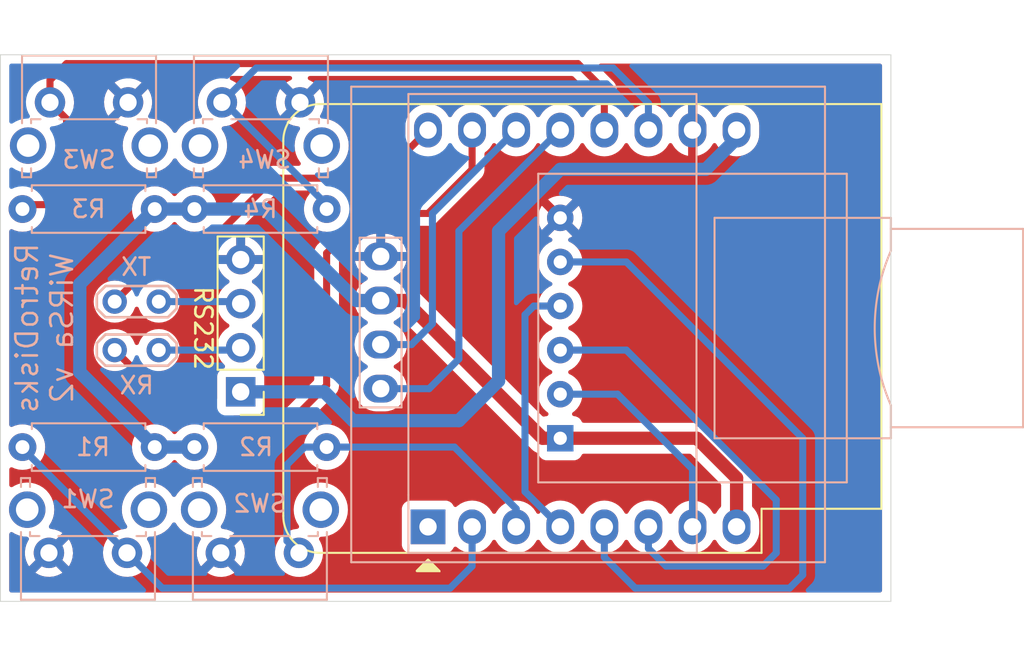
<source format=kicad_pcb>
(kicad_pcb (version 20211014) (generator pcbnew)
  (layers (0 "F.Cu" signal) (31 "B.Cu" signal) (34 "B.Paste" user) (35 "F.Paste" user) (36 "B.SilkS" user "B.Silkscreen") (37 "F.SilkS" user "F.Silkscreen") (38 "B.Mask" user) (39 "F.Mask" user) (44 "Edge.Cuts" user))
  (net 0 "")
  (net 2 "Net-(Brd1-Pad4)")
  (net 3 "Net-(Brd1-Pad3)")
  (net 4 "Net-(A1-Pad4)")
  (net 5 "Net-(A1-Pad5)")
  (net 6 "Net-(A1-Pad3)")
  (net 7 "Net-(A1-Pad2)")
  (net 8 "Net-(A1-Pad1)")
  (net 9 "Net-(J1-Pad1)")
  (net 10 "GND")
  (net 11 "Net-(R1-Pad2)")
  (net 12 "Net-(R2-Pad2)")
  (net 13 "Net-(R3-Pad2)")
  (net 14 "Net-(R4-Pad2)")
  (net 15 "Net-(J1-Pad2)")
  (net 16 "Net-(J1-Pad3)")
  (net 17 "Net-(JP1-Pad2)")
  (net 18 "Net-(JP2-Pad2)")
  (footprint "Connector_PinHeader_2.54mm:PinHeader_1x04_P2.54mm_Vertical" (layer "F.Cu") (at 74.295 92.065 180)
    (fp_text reference "RS232" (at 2.159 3.673 270 unlocked) (layer "F.SilkS"))
    (fp_text value "RS232_TTL_Adapter")
    (fp_line (start -1.33 -1.33) (end 0 -1.33) (layer "F.SilkS") (width 0.12))
    (fp_line (start -1.33 1.27) (end -1.33 8.95) (layer "F.SilkS") (width 0.12))
    (fp_line (start -1.33 1.27) (end 1.33 1.27) (layer "F.SilkS") (width 0.12))
    (fp_line (start -1.33 0) (end -1.33 -1.33) (layer "F.SilkS") (width 0.12))
    (fp_line (start -1.33 8.95) (end 1.33 8.95) (layer "F.SilkS") (width 0.12))
    (fp_line (start 1.33 1.27) (end 1.33 8.95) (layer "F.SilkS") (width 0.12))
    (pad "1" thru_hole rect (at 0 0 180) (size 1.7 1.7) (drill 1) (layers *.Cu *.Mask) (net 9 "Net-(J1-Pad1)"))
    (pad "2" thru_hole oval (at 0 2.54 180) (size 1.7 1.7) (drill 1) (layers *.Cu *.Mask) (net 15 "Net-(J1-Pad2)"))
    (pad "3" thru_hole oval (at 0 5.08 180) (size 1.7 1.7) (drill 1) (layers *.Cu *.Mask) (net 16 "Net-(J1-Pad3)"))
    (pad "4" thru_hole oval (at 0 7.62 180) (size 1.7 1.7) (drill 1) (layers *.Cu *.Mask) (net 10 "GND"))
  )
  (footprint "Module:WEMOS_D1_mini_light" (layer "F.Cu") (at 85.09 99.845 90)
    (fp_text reference "U1" hide)
    (fp_text value "WeMos_D1_mini")
    (fp_line (start 24.36 26.12) (end 24.36 -6.21) (layer "F.SilkS") (width 0.12))
    (fp_line (start 22.24 -8.34) (end 0.63 -8.34) (layer "F.SilkS") (width 0.12))
    (fp_line (start -1.5 19.22) (end 1.04 19.22) (layer "F.SilkS") (width 0.12))
    (fp_line (start 1.04 26.12) (end 24.36 26.12) (layer "F.SilkS") (width 0.12))
    (fp_line (start -1.5 19.22) (end -1.5 -6.21) (layer "F.SilkS") (width 0.12))
    (fp_line (start 1.04 19.22) (end 1.04 26.12) (layer "F.SilkS") (width 0.12))
    (fp_arc (start -1.5 -6.21) (mid -0.876137 -7.716137) (end 0.63 -8.34) (layer "F.SilkS") (width 0.12))
    (fp_arc (start 22.23 -8.34) (mid 23.736137 -7.716137) (end 24.36 -6.21) (layer "F.SilkS") (width 0.12))
    (fp_poly (pts (xy -2.54 -0.635) (xy -2.54 0.635) (xy -1.905 0)) (layer "F.SilkS") (width 0.15) (fill solid))
    (pad "1" thru_hole rect (at 0 0 90) (size 2 2) (drill 1) (layers *.Cu *.Mask))
    (pad "2" thru_hole oval (at 0 2.54 90) (size 2 1.6) (drill 1) (layers *.Cu *.Mask) (net 11 "Net-(R1-Pad2)"))
    (pad "3" thru_hole oval (at 0 5.08 90) (size 2 1.6) (drill 1) (layers *.Cu *.Mask) (net 12 "Net-(R2-Pad2)"))
    (pad "4" thru_hole oval (at 0 7.62 90) (size 2 1.6) (drill 1) (layers *.Cu *.Mask) (net 4 "Net-(A1-Pad4)"))
    (pad "5" thru_hole oval (at 0 10.16 90) (size 2 1.6) (drill 1) (layers *.Cu *.Mask) (net 5 "Net-(A1-Pad5)"))
    (pad "6" thru_hole oval (at 0 12.7 90) (size 2 1.6) (drill 1) (layers *.Cu *.Mask) (net 6 "Net-(A1-Pad3)"))
    (pad "7" thru_hole oval (at 0 15.24 90) (size 2 1.6) (drill 1) (layers *.Cu *.Mask) (net 7 "Net-(A1-Pad2)"))
    (pad "8" thru_hole oval (at 0 17.78 90) (size 2 1.6) (drill 1) (layers *.Cu *.Mask) (net 8 "Net-(A1-Pad1)"))
    (pad "9" thru_hole oval (at 22.86 17.78 90) (size 2 1.6) (drill 1) (layers *.Cu *.Mask) (net 9 "Net-(J1-Pad1)"))
    (pad "10" thru_hole oval (at 22.86 15.24 90) (size 2 1.6) (drill 1) (layers *.Cu *.Mask) (net 10 "GND"))
    (pad "11" thru_hole oval (at 22.86 12.7 90) (size 2 1.6) (drill 1) (layers *.Cu *.Mask) (net 14 "Net-(R4-Pad2)"))
    (pad "12" thru_hole oval (at 22.86 10.16 90) (size 2 1.6) (drill 1) (layers *.Cu *.Mask) (net 13 "Net-(R3-Pad2)"))
    (pad "13" thru_hole oval (at 22.86 7.62 90) (size 2 1.6) (drill 1) (layers *.Cu *.Mask) (net 2 "Net-(Brd1-Pad4)"))
    (pad "14" thru_hole oval (at 22.86 5.08 90) (size 2 1.6) (drill 1) (layers *.Cu *.Mask) (net 3 "Net-(Brd1-Pad3)"))
    (pad "15" thru_hole oval (at 22.86 2.54 90) (size 2 1.6) (drill 1) (layers *.Cu *.Mask) (net 17 "Net-(JP1-Pad2)"))
    (pad "16" thru_hole oval (at 22.86 0 90) (size 2 1.6) (drill 1) (layers *.Cu *.Mask) (net 18 "Net-(JP2-Pad2)"))
  )
  (footprint "Resistor_THT:R_Axial_DIN0207_L6.3mm_D2.5mm_P7.62mm_Horizontal" (layer "B.Cu") (at 69.342 95.25 180)
    (fp_text reference "R1" (at 3.556 0) (layer "B.SilkS") (effects (justify mirror)))
    (fp_text value "10k")
    (fp_line (start 0.54 -1.04) (end 0.54 -1.37) (layer "B.SilkS") (width 0.12))
    (fp_line (start 0.54 1.37) (end 7.08 1.37) (layer "B.SilkS") (width 0.12))
    (fp_line (start 0.54 -1.37) (end 7.08 -1.37) (layer "B.SilkS") (width 0.12))
    (fp_line (start 0.54 1.04) (end 0.54 1.37) (layer "B.SilkS") (width 0.12))
    (fp_line (start 7.08 -1.37) (end 7.08 -1.04) (layer "B.SilkS") (width 0.12))
    (fp_line (start 7.08 1.37) (end 7.08 1.04) (layer "B.SilkS") (width 0.12))
    (pad "1" thru_hole circle (at 0 0 180) (size 1.6 1.6) (drill 0.8) (layers *.Cu *.Mask) (net 8 "Net-(A1-Pad1)"))
    (pad "2" thru_hole oval (at 7.62 0 180) (size 1.6 1.6) (drill 0.8) (layers *.Cu *.Mask) (net 11 "Net-(R1-Pad2)"))
  )
  (footprint "Resistor_THT:R_Axial_DIN0207_L6.3mm_D2.5mm_P7.62mm_Horizontal" (layer "B.Cu") (at 71.628 81.534)
    (fp_text reference "R4" (at 3.81 0) (layer "B.SilkS") (effects (justify mirror)))
    (fp_text value "10k")
    (fp_line (start 0.54 1.04) (end 0.54 1.37) (layer "B.SilkS") (width 0.12))
    (fp_line (start 0.54 -1.04) (end 0.54 -1.37) (layer "B.SilkS") (width 0.12))
    (fp_line (start 7.08 -1.37) (end 7.08 -1.04) (layer "B.SilkS") (width 0.12))
    (fp_line (start 0.54 1.37) (end 7.08 1.37) (layer "B.SilkS") (width 0.12))
    (fp_line (start 0.54 -1.37) (end 7.08 -1.37) (layer "B.SilkS") (width 0.12))
    (fp_line (start 7.08 1.37) (end 7.08 1.04) (layer "B.SilkS") (width 0.12))
    (pad "1" thru_hole circle (at 0 0) (size 1.6 1.6) (drill 0.8) (layers *.Cu *.Mask) (net 8 "Net-(A1-Pad1)"))
    (pad "2" thru_hole oval (at 7.62 0) (size 1.6 1.6) (drill 0.8) (layers *.Cu *.Mask) (net 14 "Net-(R4-Pad2)"))
  )
  (footprint "Resistor_THT:R_Axial_DIN0207_L6.3mm_D2.5mm_P7.62mm_Horizontal" (layer "B.Cu") (at 71.628 95.25)
    (fp_text reference "R2" (at 3.556 0) (layer "B.SilkS") (effects (justify mirror)))
    (fp_text value "10k")
    (fp_line (start 0.54 -1.04) (end 0.54 -1.37) (layer "B.SilkS") (width 0.12))
    (fp_line (start 0.54 1.37) (end 7.08 1.37) (layer "B.SilkS") (width 0.12))
    (fp_line (start 7.08 1.37) (end 7.08 1.04) (layer "B.SilkS") (width 0.12))
    (fp_line (start 0.54 1.04) (end 0.54 1.37) (layer "B.SilkS") (width 0.12))
    (fp_line (start 7.08 -1.37) (end 7.08 -1.04) (layer "B.SilkS") (width 0.12))
    (fp_line (start 0.54 -1.37) (end 7.08 -1.37) (layer "B.SilkS") (width 0.12))
    (pad "1" thru_hole circle (at 0 0) (size 1.6 1.6) (drill 0.8) (layers *.Cu *.Mask) (net 8 "Net-(A1-Pad1)"))
    (pad "2" thru_hole oval (at 7.62 0) (size 1.6 1.6) (drill 0.8) (layers *.Cu *.Mask) (net 12 "Net-(R2-Pad2)"))
  )
  (footprint "Button_Switch_THT:SW_Tactile_SPST_Angled_PTS645Vx58-2LFS" (layer "B.Cu") (at 63.246 101.346)
    (fp_text reference "SW1" (at 2.25 -3.0975) (layer "B.SilkS") (effects (justify mirror)))
    (fp_text value "SW_Push")
    (fp_line (start -1.61 2.7) (end -1.61 -1.2) (layer "B.SilkS") (width 0.12))
    (fp_line (start 5.05 -0.97) (end 5.59 -0.97) (layer "B.SilkS") (width 0.12))
    (fp_line (start 5.59 -0.97) (end 5.59 -1.2) (layer "B.SilkS") (width 0.12))
    (fp_line (start 6.11 2.7) (end 6.11 -1.2) (layer "B.SilkS") (width 0.12))
    (fp_line (start -1.09 -3.8) (end -1.09 -4.31) (layer "B.SilkS") (width 0.12))
    (fp_line (start 0.55 -0.97) (end 3.95 -0.97) (layer "B.SilkS") (width 0.12))
    (fp_line (start -1.09 -0.97) (end -0.55 -0.97) (layer "B.SilkS") (width 0.12))
    (fp_line (start 6.11 -3.8) (end 6.11 -4.31) (layer "B.SilkS") (width 0.12))
    (fp_line (start 5.59 -3.8) (end 5.59 -4.31) (layer "B.SilkS") (width 0.12))
    (fp_line (start -1.09 -0.97) (end -1.09 -1.2) (layer "B.SilkS") (width 0.12))
    (fp_line (start -1.61 2.7) (end 6.11 2.7) (layer "B.SilkS") (width 0.12))
    (fp_line (start -1.61 -3.8) (end -1.61 -4.31) (layer "B.SilkS") (width 0.12))
    (fp_line (start -1.61 -4.31) (end -1.09 -4.31) (layer "B.SilkS") (width 0.12))
    (fp_line (start 5.59 -4.31) (end 6.11 -4.31) (layer "B.SilkS") (width 0.12))
    (pad "" thru_hole circle (at 5.76 -2.49) (size 2.1 2.1) (drill 1.3) (layers *.Cu *.Mask))
    (pad "" thru_hole circle (at -1.25 -2.49) (size 2.1 2.1) (drill 1.3) (layers *.Cu *.Mask))
    (pad "1" thru_hole circle (at 0 0) (size 1.75 1.75) (drill 0.99) (layers *.Cu *.Mask) (net 10 "GND"))
    (pad "2" thru_hole circle (at 4.5 0) (size 1.75 1.75) (drill 0.99) (layers *.Cu *.Mask) (net 11 "Net-(R1-Pad2)"))
  )
  (footprint "Resistor_THT:R_Axial_DIN0207_L6.3mm_D2.5mm_P7.62mm_Horizontal" (layer "B.Cu") (at 69.342 81.534 180)
    (fp_text reference "R3" (at 3.81 0) (layer "B.SilkS") (effects (justify mirror)))
    (fp_text value "10k")
    (fp_line (start 0.54 1.04) (end 0.54 1.37) (layer "B.SilkS") (width 0.12))
    (fp_line (start 0.54 -1.37) (end 7.08 -1.37) (layer "B.SilkS") (width 0.12))
    (fp_line (start 0.54 1.37) (end 7.08 1.37) (layer "B.SilkS") (width 0.12))
    (fp_line (start 7.08 -1.37) (end 7.08 -1.04) (layer "B.SilkS") (width 0.12))
    (fp_line (start 0.54 -1.04) (end 0.54 -1.37) (layer "B.SilkS") (width 0.12))
    (fp_line (start 7.08 1.37) (end 7.08 1.04) (layer "B.SilkS") (width 0.12))
    (pad "1" thru_hole circle (at 0 0 180) (size 1.6 1.6) (drill 0.8) (layers *.Cu *.Mask) (net 8 "Net-(A1-Pad1)"))
    (pad "2" thru_hole oval (at 7.62 0 180) (size 1.6 1.6) (drill 0.8) (layers *.Cu *.Mask) (net 13 "Net-(R3-Pad2)"))
  )
  (footprint "Button_Switch_THT:SW_Tactile_SPST_Angled_PTS645Vx58-2LFS" (layer "B.Cu") (at 77.713 75.3885 180)
    (fp_text reference "SW4" (at 2.032 -3.302) (layer "B.SilkS") (effects (justify mirror)))
    (fp_text value "SW_Push")
    (fp_line (start -1.61 -3.8) (end -1.61 -4.31) (layer "B.SilkS") (width 0.12))
    (fp_line (start -1.09 -0.97) (end -1.09 -1.2) (layer "B.SilkS") (width 0.12))
    (fp_line (start 6.11 -3.8) (end 6.11 -4.31) (layer "B.SilkS") (width 0.12))
    (fp_line (start 5.59 -0.97) (end 5.59 -1.2) (layer "B.SilkS") (width 0.12))
    (fp_line (start 5.59 -3.8) (end 5.59 -4.31) (layer "B.SilkS") (width 0.12))
    (fp_line (start -1.61 2.7) (end -1.61 -1.2) (layer "B.SilkS") (width 0.12))
    (fp_line (start -1.61 -4.31) (end -1.09 -4.31) (layer "B.SilkS") (width 0.12))
    (fp_line (start 6.11 2.7) (end 6.11 -1.2) (layer "B.SilkS") (width 0.12))
    (fp_line (start 5.59 -4.31) (end 6.11 -4.31) (layer "B.SilkS") (width 0.12))
    (fp_line (start -1.09 -3.8) (end -1.09 -4.31) (layer "B.SilkS") (width 0.12))
    (fp_line (start -1.61 2.7) (end 6.11 2.7) (layer "B.SilkS") (width 0.12))
    (fp_line (start 5.05 -0.97) (end 5.59 -0.97) (layer "B.SilkS") (width 0.12))
    (fp_line (start 0.55 -0.97) (end 3.95 -0.97) (layer "B.SilkS") (width 0.12))
    (fp_line (start -1.09 -0.97) (end -0.55 -0.97) (layer "B.SilkS") (width 0.12))
    (pad "" thru_hole circle (at -1.25 -2.49 180) (size 2.1 2.1) (drill 1.3) (layers *.Cu *.Mask))
    (pad "" thru_hole circle (at 5.76 -2.49 180) (size 2.1 2.1) (drill 1.3) (layers *.Cu *.Mask))
    (pad "1" thru_hole circle (at 0 0 180) (size 1.75 1.75) (drill 0.99) (layers *.Cu *.Mask) (net 10 "GND"))
    (pad "2" thru_hole circle (at 4.5 0 180) (size 1.75 1.75) (drill 0.99) (layers *.Cu *.Mask) (net 14 "Net-(R4-Pad2)"))
  )
  (footprint "SSD1306:128x64OLED" (layer "B.Cu") (at 92.964 87.884 -90)
    (fp_text reference "Brd1" hide)
    (fp_text value "SSD1306")
    (fp_line (start -4.699 11.811) (end -4.699 9.398) (layer "B.SilkS") (width 0.12))
    (fp_line (start -13.4 -15) (end -13.4 12.3) (layer "B.SilkS") (width 0.12))
    (fp_line (start -12.978 9.005) (end 10.122 9.005) (layer "B.SilkS") (width 0.12))
    (fp_line (start 10.122 -7.595) (end 13.462 -7.62) (layer "B.SilkS") (width 0.12))
    (fp_line (start 10.122 9.005) (end 13.208 9.005) (layer "B.SilkS") (width 0.12))
    (fp_line (start -12.978 -7.595) (end -12.978 9.005) (layer "B.SilkS") (width 0.12))
    (fp_line (start 5.08 9.398) (end -4.699 9.398) (layer "B.SilkS") (width 0.12))
    (fp_line (start -13.4 12.3) (end 14 12.3) (layer "B.SilkS") (width 0.12))
    (fp_line (start 14 12.3) (end 14 -15) (layer "B.SilkS") (width 0.12))
    (fp_line (start 13.462 -7.62) (end 13.462 9.017) (layer "B.SilkS") (width 0.12))
    (fp_line (start -4.699 11.811) (end 5.08 11.811) (layer "B.SilkS") (width 0.12))
    (fp_line (start 10.122 -7.595) (end -12.978 -7.595) (layer "B.SilkS") (width 0.12))
    (fp_line (start 5.08 11.811) (end 5.08 9.398) (layer "B.SilkS") (width 0.12))
    (fp_line (start 13.462 9.017) (end 13.208 9.005) (layer "B.SilkS") (width 0.12))
    (fp_line (start 14 -15) (end -13.4 -15) (layer "B.SilkS") (width 0.12))
    (pad "1" thru_hole oval locked (at -3.62 10.6 180) (size 2 1.6) (drill 1) (layers *.Cu *.Mask) (net 10 "GND"))
    (pad "2" thru_hole oval locked (at -1.08 10.6 180) (size 2 1.6) (drill 1) (layers *.Cu *.Mask) (net 8 "Net-(A1-Pad1)"))
    (pad "3" thru_hole oval locked (at 1.46 10.6 180) (size 2 1.6) (drill 1) (layers *.Cu *.Mask) (net 3 "Net-(Brd1-Pad3)"))
    (pad "4" thru_hole oval locked (at 4 10.6 180) (size 2 1.6) (drill 1) (layers *.Cu *.Mask) (net 2 "Net-(Brd1-Pad4)"))
  )
  (footprint "TestPoint:TestPoint_2Pads_Pitch2.54mm_Drill0.8mm" (layer "B.Cu") (at 69.576 86.868 180)
    (fp_text reference "TX" (at 1.3 2) (layer "B.SilkS") (effects (justify mirror)))
    (fp_text value "TX")
    (fp_line (start 3.07 0.9) (end 3.57 0.4) (layer "B.SilkS") (width 0.15))
    (fp_line (start 3.57 -0.4) (end 3.07 -0.9) (layer "B.SilkS") (width 0.15))
    (fp_line (start -0.53 -0.9) (end -1.03 -0.4) (layer "B.SilkS") (width 0.15))
    (fp_line (start -0.53 0.9) (end 3.07 0.9) (layer "B.SilkS") (width 0.15))
    (fp_line (start 3.57 0.4) (end 3.57 -0.4) (layer "B.SilkS") (width 0.15))
    (fp_line (start 3.07 -0.9) (end -0.53 -0.9) (layer "B.SilkS") (width 0.15))
    (fp_line (start -1.03 -0.4) (end -1.03 0.4) (layer "B.SilkS") (width 0.15))
    (fp_line (start -1.03 0.4) (end -0.53 0.9) (layer "B.SilkS") (width 0.15))
    (pad "1" thru_hole circle (at 0 0 180) (size 1.4 1.4) (drill 0.8) (layers *.Cu *.Mask) (net 16 "Net-(J1-Pad3)"))
    (pad "2" thru_hole circle (at 2.54 0 180) (size 1.4 1.4) (drill 0.8) (layers *.Cu *.Mask) (net 18 "Net-(JP2-Pad2)"))
  )
  (footprint "Button_Switch_THT:SW_Tactile_SPST_Angled_PTS645Vx58-2LFS" (layer "B.Cu") (at 67.807 75.3885 180)
    (fp_text reference "SW3" (at 2.25 -3.302) (layer "B.SilkS") (effects (justify mirror)))
    (fp_text value "SW_Push")
    (fp_line (start 5.05 -0.97) (end 5.59 -0.97) (layer "B.SilkS") (width 0.12))
    (fp_line (start -1.61 -3.8) (end -1.61 -4.31) (layer "B.SilkS") (width 0.12))
    (fp_line (start -1.61 -4.31) (end -1.09 -4.31) (layer "B.SilkS") (width 0.12))
    (fp_line (start 5.59 -0.97) (end 5.59 -1.2) (layer "B.SilkS") (width 0.12))
    (fp_line (start -1.09 -0.97) (end -1.09 -1.2) (layer "B.SilkS") (width 0.12))
    (fp_line (start -1.09 -3.8) (end -1.09 -4.31) (layer "B.SilkS") (width 0.12))
    (fp_line (start 6.11 2.7) (end 6.11 -1.2) (layer "B.SilkS") (width 0.12))
    (fp_line (start 5.59 -4.31) (end 6.11 -4.31) (layer "B.SilkS") (width 0.12))
    (fp_line (start 6.11 -3.8) (end 6.11 -4.31) (layer "B.SilkS") (width 0.12))
    (fp_line (start 5.59 -3.8) (end 5.59 -4.31) (layer "B.SilkS") (width 0.12))
    (fp_line (start -1.61 2.7) (end 6.11 2.7) (layer "B.SilkS") (width 0.12))
    (fp_line (start -1.61 2.7) (end -1.61 -1.2) (layer "B.SilkS") (width 0.12))
    (fp_line (start 0.55 -0.97) (end 3.95 -0.97) (layer "B.SilkS") (width 0.12))
    (fp_line (start -1.09 -0.97) (end -0.55 -0.97) (layer "B.SilkS") (width 0.12))
    (pad "" thru_hole circle (at 5.76 -2.49 180) (size 2.1 2.1) (drill 1.3) (layers *.Cu *.Mask))
    (pad "" thru_hole circle (at -1.25 -2.49 180) (size 2.1 2.1) (drill 1.3) (layers *.Cu *.Mask))
    (pad "1" thru_hole circle (at 0 0 180) (size 1.75 1.75) (drill 0.99) (layers *.Cu *.Mask) (net 10 "GND"))
    (pad "2" thru_hole circle (at 4.5 0 180) (size 1.75 1.75) (drill 0.99) (layers *.Cu *.Mask) (net 13 "Net-(R3-Pad2)"))
  )
  (footprint "TestPoint:TestPoint_2Pads_Pitch2.54mm_Drill0.8mm" (layer "B.Cu") (at 69.576 89.662 180)
    (fp_text reference "RX" (at 1.27 -2.032) (layer "B.SilkS") (effects (justify mirror)))
    (fp_text value "RX")
    (fp_line (start 3.07 0.9) (end 3.57 0.4) (layer "B.SilkS") (width 0.15))
    (fp_line (start 3.57 0.4) (end 3.57 -0.4) (layer "B.SilkS") (width 0.15))
    (fp_line (start -1.03 0.4) (end -0.53 0.9) (layer "B.SilkS") (width 0.15))
    (fp_line (start -0.53 0.9) (end 3.07 0.9) (layer "B.SilkS") (width 0.15))
    (fp_line (start 3.57 -0.4) (end 3.07 -0.9) (layer "B.SilkS") (width 0.15))
    (fp_line (start -1.03 -0.4) (end -1.03 0.4) (layer "B.SilkS") (width 0.15))
    (fp_line (start 3.07 -0.9) (end -0.53 -0.9) (layer "B.SilkS") (width 0.15))
    (fp_line (start -0.53 -0.9) (end -1.03 -0.4) (layer "B.SilkS") (width 0.15))
    (pad "1" thru_hole circle (at 0 0 180) (size 1.4 1.4) (drill 0.8) (layers *.Cu *.Mask) (net 15 "Net-(J1-Pad2)"))
    (pad "2" thru_hole circle (at 2.54 0 180) (size 1.4 1.4) (drill 0.8) (layers *.Cu *.Mask) (net 17 "Net-(JP1-Pad2)"))
  )
  (footprint "Button_Switch_THT:SW_Tactile_SPST_Angled_PTS645Vx58-2LFS" (layer "B.Cu") (at 73.152 101.346)
    (fp_text reference "SW2" (at 2.25 -2.8435) (layer "B.SilkS") (effects (justify mirror)))
    (fp_text value "SW_Push")
    (fp_line (start -1.61 2.7) (end 6.11 2.7) (layer "B.SilkS") (width 0.12))
    (fp_line (start -1.61 -3.8) (end -1.61 -4.31) (layer "B.SilkS") (width 0.12))
    (fp_line (start -1.61 -4.31) (end -1.09 -4.31) (layer "B.SilkS") (width 0.12))
    (fp_line (start 5.59 -3.8) (end 5.59 -4.31) (layer "B.SilkS") (width 0.12))
    (fp_line (start -1.09 -0.97) (end -1.09 -1.2) (layer "B.SilkS") (width 0.12))
    (fp_line (start 6.11 2.7) (end 6.11 -1.2) (layer "B.SilkS") (width 0.12))
    (fp_line (start -1.61 2.7) (end -1.61 -1.2) (layer "B.SilkS") (width 0.12))
    (fp_line (start -1.09 -0.97) (end -0.55 -0.97) (layer "B.SilkS") (width 0.12))
    (fp_line (start -1.09 -3.8) (end -1.09 -4.31) (layer "B.SilkS") (width 0.12))
    (fp_line (start 6.11 -3.8) (end 6.11 -4.31) (layer "B.SilkS") (width 0.12))
    (fp_line (start 5.05 -0.97) (end 5.59 -0.97) (layer "B.SilkS") (width 0.12))
    (fp_line (start 0.55 -0.97) (end 3.95 -0.97) (layer "B.SilkS") (width 0.12))
    (fp_line (start 5.59 -4.31) (end 6.11 -4.31) (layer "B.SilkS") (width 0.12))
    (fp_line (start 5.59 -0.97) (end 5.59 -1.2) (layer "B.SilkS") (width 0.12))
    (pad "" thru_hole circle (at -1.25 -2.49) (size 2.1 2.1) (drill 1.3) (layers *.Cu *.Mask))
    (pad "" thru_hole circle (at 5.76 -2.49) (size 2.1 2.1) (drill 1.3) (layers *.Cu *.Mask))
    (pad "1" thru_hole circle (at 0 0) (size 1.75 1.75) (drill 0.99) (layers *.Cu *.Mask) (net 10 "GND"))
    (pad "2" thru_hole circle (at 4.5 0) (size 1.75 1.75) (drill 0.99) (layers *.Cu *.Mask) (net 12 "Net-(R2-Pad2)"))
  )
  (footprint "Charles:SD_Card_Module" (layer "B.Cu") (at 92.71 94.742)
    (fp_text reference "A1" hide)
    (fp_text value "SD_Card_Module")
    (fp_line (start 19.05 -0.635) (end 26.67 -0.635) (layer "B.SilkS") (width 0.12))
    (fp_line (start 8.89 0) (end 8.89 -12.7) (layer "B.SilkS") (width 0.12))
    (fp_line (start 19.05 0) (end 19.05 -1.905) (layer "B.SilkS") (width 0.12))
    (fp_line (start -1.27 2.54) (end 16.51 2.54) (layer "B.SilkS") (width 0.12))
    (fp_line (start 8.89 0) (end 19.05 0) (layer "B.SilkS") (width 0.12))
    (fp_line (start 8.89 -12.7) (end 19.05 -12.7) (layer "B.SilkS") (width 0.12))
    (fp_line (start 26.67 -0.635) (end 26.67 -12.065) (layer "B.SilkS") (width 0.12))
    (fp_line (start 16.51 -15.24) (end -1.27 -15.24) (layer "B.SilkS") (width 0.12))
    (fp_line (start -1.27 -15.24) (end -1.27 2.54) (layer "B.SilkS") (width 0.12))
    (fp_line (start 26.67 -12.065) (end 19.05 -12.065) (layer "B.SilkS") (width 0.12))
    (fp_line (start 16.51 2.54) (end 16.51 -15.24) (layer "B.SilkS") (width 0.12))
    (fp_line (start 19.05 -12.7) (end 19.05 -10.795) (layer "B.SilkS") (width 0.12))
    (fp_arc (start 19.05 -1.905) (mid 18.120202 -6.35) (end 19.05 -10.794999) (layer "B.SilkS") (width 0.12))
    (pad "1" thru_hole rect locked (at 0 0) (size 1.524 1.524) (drill 0.762) (layers *.Cu *.Mask) (net 8 "Net-(A1-Pad1)"))
    (pad "2" thru_hole circle locked (at 0 -2.54) (size 1.524 1.524) (drill 0.762) (layers *.Cu *.Mask) (net 7 "Net-(A1-Pad2)"))
    (pad "3" thru_hole circle locked (at 0 -5.08) (size 1.524 1.524) (drill 0.762) (layers *.Cu *.Mask) (net 6 "Net-(A1-Pad3)"))
    (pad "4" thru_hole circle locked (at 0 -7.62) (size 1.524 1.524) (drill 0.762) (layers *.Cu *.Mask) (net 4 "Net-(A1-Pad4)"))
    (pad "5" thru_hole circle locked (at 0 -10.16) (size 1.524 1.524) (drill 0.762) (layers *.Cu *.Mask) (net 5 "Net-(A1-Pad5)"))
    (pad "6" thru_hole circle locked (at 0 -12.7) (size 1.524 1.524) (drill 0.762) (layers *.Cu *.Mask) (net 10 "GND"))
  )
  (gr_line (start 111.76 72.644) (end 111.76 104.14) (layer "Edge.Cuts") (width 0.05))
  (gr_line (start 111.76 104.14) (end 60.452 104.14) (layer "Edge.Cuts") (width 0.05))
  (gr_line (start 60.452 72.644) (end 111.76 72.644) (layer "Edge.Cuts") (width 0.05))
  (gr_line (start 60.452 104.14) (end 60.452 72.644) (layer "Edge.Cuts") (width 0.05))
  (gr_text "RetroDisks\nWiRSa v2" (at 62.992 88.392 90) (layer "B.SilkS") (effects (font (size 1.25 1.25)) (justify mirror)))
  (segment (start 85.154 91.884) (end 82.364 91.884) (width 0.4064) (layer "B.Cu") (net 2))
  (segment (start 92.687 76.985) (end 86.868 82.804) (width 0.4064) (layer "B.Cu") (net 2))
  (segment (start 86.868 82.804) (end 86.868 90.17) (width 0.4064) (layer "B.Cu") (net 2))
  (segment (start 86.868 90.17) (end 85.154 91.884) (width 0.4064) (layer "B.Cu") (net 2))
  (segment (start 92.71 76.985) (end 92.687 76.985) (width 0.4064) (layer "B.Cu") (net 2))
  (segment (start 85.344 81.788) (end 85.344 88.138) (width 0.4064) (layer "B.Cu") (net 3))
  (segment (start 84.138 89.344) (end 82.364 89.344) (width 0.4064) (layer "B.Cu") (net 3))
  (segment (start 85.344 88.138) (end 84.138 89.344) (width 0.4064) (layer "B.Cu") (net 3))
  (segment (start 90.17 76.985) (end 90.147 76.985) (width 0.4064) (layer "B.Cu") (net 3))
  (segment (start 90.147 76.985) (end 85.344 81.788) (width 0.4064) (layer "B.Cu") (net 3))
  (segment (start 90.678 97.813) (end 90.678 91.694) (width 0.4064) (layer "B.Cu") (net 4))
  (segment (start 90.678 89.154) (end 90.678 88.646) (width 0.4064) (layer "B.Cu") (net 4))
  (segment (start 91.186 87.122) (end 90.678 87.63) (width 0.4064) (layer "B.Cu") (net 4))
  (segment (start 90.678 87.63) (end 90.678 89.154) (width 0.4064) (layer "B.Cu") (net 4))
  (segment (start 92.71 87.122) (end 91.186 87.122) (width 0.4064) (layer "B.Cu") (net 4))
  (segment (start 90.678 91.694) (end 90.678 89.154) (width 0.4064) (layer "B.Cu") (net 4))
  (segment (start 92.71 99.845) (end 90.678 97.813) (width 0.4064) (layer "B.Cu") (net 4))
  (segment (start 95.25 101.6) (end 97.028 103.378) (width 0.4064) (layer "B.Cu") (net 5))
  (segment (start 106.68 102.616) (end 106.68 94.742) (width 0.4064) (layer "B.Cu") (net 5))
  (segment (start 97.028 103.378) (end 105.918 103.378) (width 0.4064) (layer "B.Cu") (net 5))
  (segment (start 95.25 99.845) (end 95.25 101.6) (width 0.4064) (layer "B.Cu") (net 5))
  (segment (start 105.918 103.378) (end 106.68 102.616) (width 0.4064) (layer "B.Cu") (net 5))
  (segment (start 96.52 84.582) (end 92.71 84.582) (width 0.4064) (layer "B.Cu") (net 5))
  (segment (start 106.68 94.742) (end 96.52 84.582) (width 0.4064) (layer "B.Cu") (net 5))
  (segment (start 105.156 101.346) (end 105.156 98.298) (width 0.4064) (layer "B.Cu") (net 6))
  (segment (start 97.79 101.092) (end 98.806 102.108) (width 0.4064) (layer "B.Cu") (net 6))
  (segment (start 98.806 102.108) (end 104.394 102.108) (width 0.4064) (layer "B.Cu") (net 6))
  (segment (start 105.156 98.298) (end 96.52 89.662) (width 0.4064) (layer "B.Cu") (net 6))
  (segment (start 104.394 102.108) (end 105.156 101.346) (width 0.4064) (layer "B.Cu") (net 6))
  (segment (start 96.52 89.662) (end 92.71 89.662) (width 0.4064) (layer "B.Cu") (net 6))
  (segment (start 97.79 99.845) (end 97.79 101.092) (width 0.4064) (layer "B.Cu") (net 6))
  (segment (start 100.33 96.52) (end 96.012 92.202) (width 0.4064) (layer "B.Cu") (net 7))
  (segment (start 100.33 99.845) (end 100.33 96.52) (width 0.4064) (layer "B.Cu") (net 7))
  (segment (start 96.012 92.202) (end 92.71 92.202) (width 0.4064) (layer "B.Cu") (net 7))
  (segment (start 82.364 86.804) (end 83.756 86.804) (width 0.762) (layer "F.Cu") (net 8))
  (segment (start 83.756 86.804) (end 91.694 94.742) (width 0.762) (layer "F.Cu") (net 8))
  (segment (start 102.87 97.028) (end 100.584 94.742) (width 0.762) (layer "F.Cu") (net 8))
  (segment (start 91.694 94.742) (end 92.71 94.742) (width 0.762) (layer "F.Cu") (net 8))
  (segment (start 102.87 99.845) (end 102.87 97.028) (width 0.762) (layer "F.Cu") (net 8))
  (segment (start 100.584 94.742) (end 92.71 94.742) (width 0.762) (layer "F.Cu") (net 8))
  (segment (start 69.342 81.534) (end 65.024 85.852) (width 0.762) (layer "B.Cu") (net 8))
  (segment (start 80.962 86.804) (end 75.692 81.534) (width 0.762) (layer "B.Cu") (net 8))
  (segment (start 69.342 95.25) (end 65.024 90.932) (width 0.762) (layer "B.Cu") (net 8))
  (segment (start 65.024 85.852) (end 65.024 86.36) (width 0.762) (layer "B.Cu") (net 8))
  (segment (start 65.024 86.36) (end 65.024 90.932) (width 0.762) (layer "B.Cu") (net 8))
  (segment (start 69.342 95.25) (end 71.628 95.25) (width 0.762) (layer "B.Cu") (net 8))
  (segment (start 71.628 81.534) (end 69.342 81.534) (width 0.762) (layer "B.Cu") (net 8))
  (segment (start 75.692 81.534) (end 71.628 81.534) (width 0.762) (layer "B.Cu") (net 8))
  (segment (start 82.364 86.804) (end 80.962 86.804) (width 0.762) (layer "B.Cu") (net 8))
  (segment (start 92.71 79.248) (end 101.092 79.248) (width 0.762) (layer "B.Cu") (net 9))
  (segment (start 80.772 93.726) (end 86.868 93.726) (width 0.762) (layer "B.Cu") (net 9))
  (segment (start 74.295 92.065) (end 79.111 92.065) (width 0.762) (layer "B.Cu") (net 9))
  (segment (start 102.87 77.47) (end 102.87 76.985) (width 0.762) (layer "B.Cu") (net 9))
  (segment (start 86.868 93.726) (end 89.154 91.44) (width 0.762) (layer "B.Cu") (net 9))
  (segment (start 101.092 79.248) (end 102.87 77.47) (width 0.762) (layer "B.Cu") (net 9))
  (segment (start 79.111 92.065) (end 80.772 93.726) (width 0.762) (layer "B.Cu") (net 9))
  (segment (start 89.154 91.44) (end 89.154 82.804) (width 0.762) (layer "B.Cu") (net 9))
  (segment (start 89.154 82.804) (end 92.71 79.248) (width 0.762) (layer "B.Cu") (net 9))
  (segment (start 87.63 102.108) (end 87.63 99.845) (width 0.4064) (layer "B.Cu") (net 11))
  (segment (start 86.36 103.378) (end 87.63 102.108) (width 0.4064) (layer "B.Cu") (net 11))
  (segment (start 67.746 101.346) (end 61.722 95.322) (width 0.4064) (layer "B.Cu") (net 11))
  (segment (start 67.746 101.346) (end 69.778 103.378) (width 0.4064) (layer "B.Cu") (net 11))
  (segment (start 69.778 103.378) (end 86.36 103.378) (width 0.4064) (layer "B.Cu") (net 11))
  (segment (start 61.722 95.322) (end 61.722 95.25) (width 0.4064) (layer "B.Cu") (net 11))
  (segment (start 76.962 96.266) (end 76.962 100.656) (width 0.4064) (layer "B.Cu") (net 12))
  (segment (start 77.978 95.25) (end 76.962 96.266) (width 0.4064) (layer "B.Cu") (net 12))
  (segment (start 86.614 95.25) (end 90.17 98.806) (width 0.4064) (layer "B.Cu") (net 12))
  (segment (start 90.17 98.806) (end 90.17 99.845) (width 0.4064) (layer "B.Cu") (net 12))
  (segment (start 79.248 95.25) (end 77.978 95.25) (width 0.4064) (layer "B.Cu") (net 12))
  (segment (start 76.962 100.656) (end 77.652 101.346) (width 0.4064) (layer "B.Cu") (net 12))
  (segment (start 79.248 95.25) (end 86.614 95.25) (width 0.4064) (layer "B.Cu") (net 12))
  (segment (start 64.262 76.3435) (end 63.307 75.3885) (width 0.4064) (layer "F.Cu") (net 13))
  (segment (start 63.307 75.3885) (end 63.307 74.107) (width 0.4064) (layer "F.Cu") (net 13))
  (segment (start 64.262 80.772) (end 64.262 76.3435) (width 0.4064) (layer "F.Cu") (net 13))
  (segment (start 63.307 74.107) (end 64.262 73.152) (width 0.4064) (layer "F.Cu") (net 13))
  (segment (start 64.262 73.152) (end 93.726 73.152) (width 0.4064) (layer "F.Cu") (net 13))
  (segment (start 63.754 81.28) (end 64.262 80.772) (width 0.4064) (layer "F.Cu") (net 13))
  (segment (start 61.722 81.28) (end 63.754 81.28) (width 0.4064) (layer "F.Cu") (net 13))
  (segment (start 93.726 73.152) (end 95.25 74.676) (width 0.4064) (layer "F.Cu") (net 13))
  (segment (start 95.25 74.676) (end 95.25 76.985) (width 0.4064) (layer "F.Cu") (net 13))
  (segment (start 97.79 75.438) (end 95.758 73.406) (width 0.4064) (layer "B.Cu") (net 14))
  (segment (start 97.79 76.985) (end 97.79 75.438) (width 0.4064) (layer "B.Cu") (net 14))
  (segment (start 73.3565 75.3885) (end 73.213 75.3885) (width 0.4064) (layer "B.Cu") (net 14))
  (segment (start 95.758 73.406) (end 75.1955 73.406) (width 0.4064) (layer "B.Cu") (net 14))
  (segment (start 75.1955 73.406) (end 73.213 75.3885) (width 0.4064) (layer "B.Cu") (net 14))
  (segment (start 79.248 81.28) (end 73.3565 75.3885) (width 0.4064) (layer "B.Cu") (net 14))
  (segment (start 69.576 89.662) (end 74.158 89.662) (width 0.4064) (layer "B.Cu") (net 15))
  (segment (start 74.158 89.662) (end 74.295 89.525) (width 0.4064) (layer "B.Cu") (net 15))
  (segment (start 74.178 86.868) (end 74.295 86.985) (width 0.4064) (layer "B.Cu") (net 16))
  (segment (start 69.576 86.868) (end 74.178 86.868) (width 0.4064) (layer "B.Cu") (net 16))
  (segment (start 76.454 94.488) (end 73.66 94.488) (width 0.4064) (layer "F.Cu") (net 17))
  (segment (start 69.322 91.948) (end 67.036 89.662) (width 0.4064) (layer "F.Cu") (net 17))
  (segment (start 87.63 79.248) (end 85.09 81.788) (width 0.4064) (layer "F.Cu") (net 17))
  (segment (start 71.12 91.948) (end 69.322 91.948) (width 0.4064) (layer "F.Cu") (net 17))
  (segment (start 81.534 81.788) (end 79.248 84.074) (width 0.4064) (layer "F.Cu") (net 17))
  (segment (start 79.248 84.074) (end 79.248 91.694) (width 0.4064) (layer "F.Cu") (net 17))
  (segment (start 79.248 91.694) (end 76.454 94.488) (width 0.4064) (layer "F.Cu") (net 17))
  (segment (start 85.09 81.788) (end 81.534 81.788) (width 0.4064) (layer "F.Cu") (net 17))
  (segment (start 87.63 76.985) (end 87.63 79.248) (width 0.4064) (layer "F.Cu") (net 17))
  (segment (start 73.66 94.488) (end 71.12 91.948) (width 0.4064) (layer "F.Cu") (net 17))
  (segment (start 69.85 84.074) (end 71.882 84.074) (width 0.4064) (layer "F.Cu") (net 18))
  (segment (start 69.83 84.074) (end 69.85 84.074) (width 0.4064) (layer "F.Cu") (net 18))
  (segment (start 76.2 79.756) (end 82.319 79.756) (width 0.4064) (layer "F.Cu") (net 18))
  (segment (start 82.319 79.756) (end 85.09 76.985) (width 0.4064) (layer "F.Cu") (net 18))
  (segment (start 71.882 84.074) (end 76.2 79.756) (width 0.4064) (layer "F.Cu") (net 18))
  (segment (start 67.036 86.868) (end 69.83 84.074) (width 0.4064) (layer "F.Cu") (net 18))
  (zone (net 10) (net_name "GND") (layers F&B.Cu) (connect_pads (clearance 0.508)) (min_thickness 0.254) (fill yes (thermal_gap 0.508) (thermal_bridge_width 0.508))
    (polygon (pts (xy 111.76 104.14) (xy 60.452 104.14) (xy 60.452 72.644) (xy 111.76 72.644)))
  )
)
</source>
